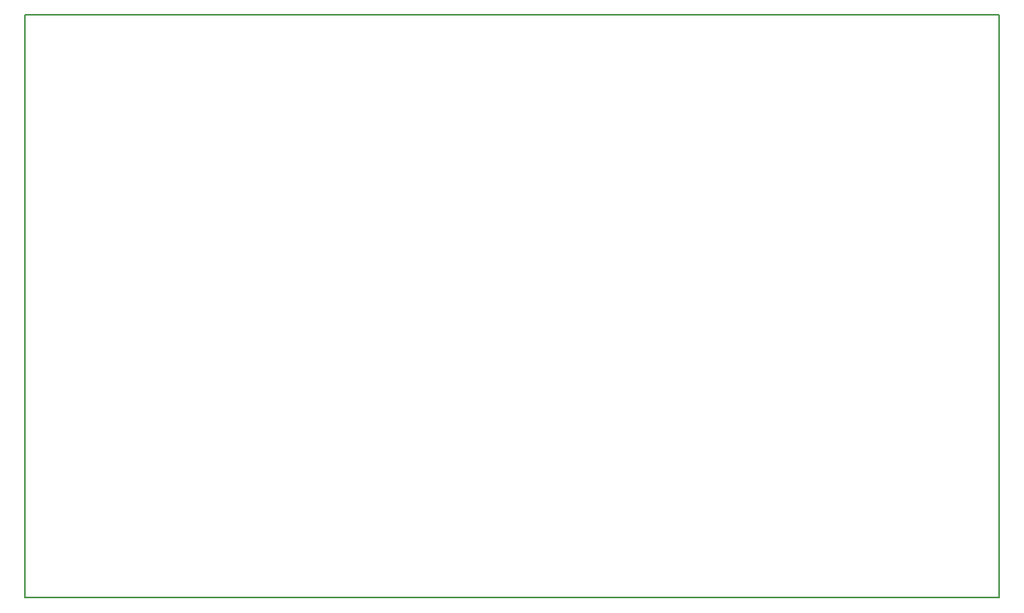
<source format=gbr>
G04 #@! TF.FileFunction,Profile,NP*
%FSLAX46Y46*%
G04 Gerber Fmt 4.6, Leading zero omitted, Abs format (unit mm)*
G04 Created by KiCad (PCBNEW 4.0.2+dfsg1-stable) date Tue 14 Aug 2018 11:21:20 PM MDT*
%MOMM*%
G01*
G04 APERTURE LIST*
%ADD10C,0.100000*%
%ADD11C,0.150000*%
G04 APERTURE END LIST*
D10*
D11*
X179500000Y-74750000D02*
X180500000Y-74750000D01*
X179500000Y-138250000D02*
X180500000Y-138250000D01*
X179500000Y-138250000D02*
X177000000Y-138250000D01*
X180500000Y-74750000D02*
X180500000Y-138250000D01*
X177000000Y-74750000D02*
X179500000Y-74750000D01*
X177000000Y-138250000D02*
X173000000Y-138250000D01*
X173000000Y-74750000D02*
X177000000Y-74750000D01*
X74500000Y-138250000D02*
X82000000Y-138250000D01*
X74500000Y-74750000D02*
X74500000Y-138250000D01*
X82000000Y-74750000D02*
X74500000Y-74750000D01*
X82000000Y-138250000D02*
X173000000Y-138250000D01*
X82000000Y-74750000D02*
X173000000Y-74750000D01*
M02*

</source>
